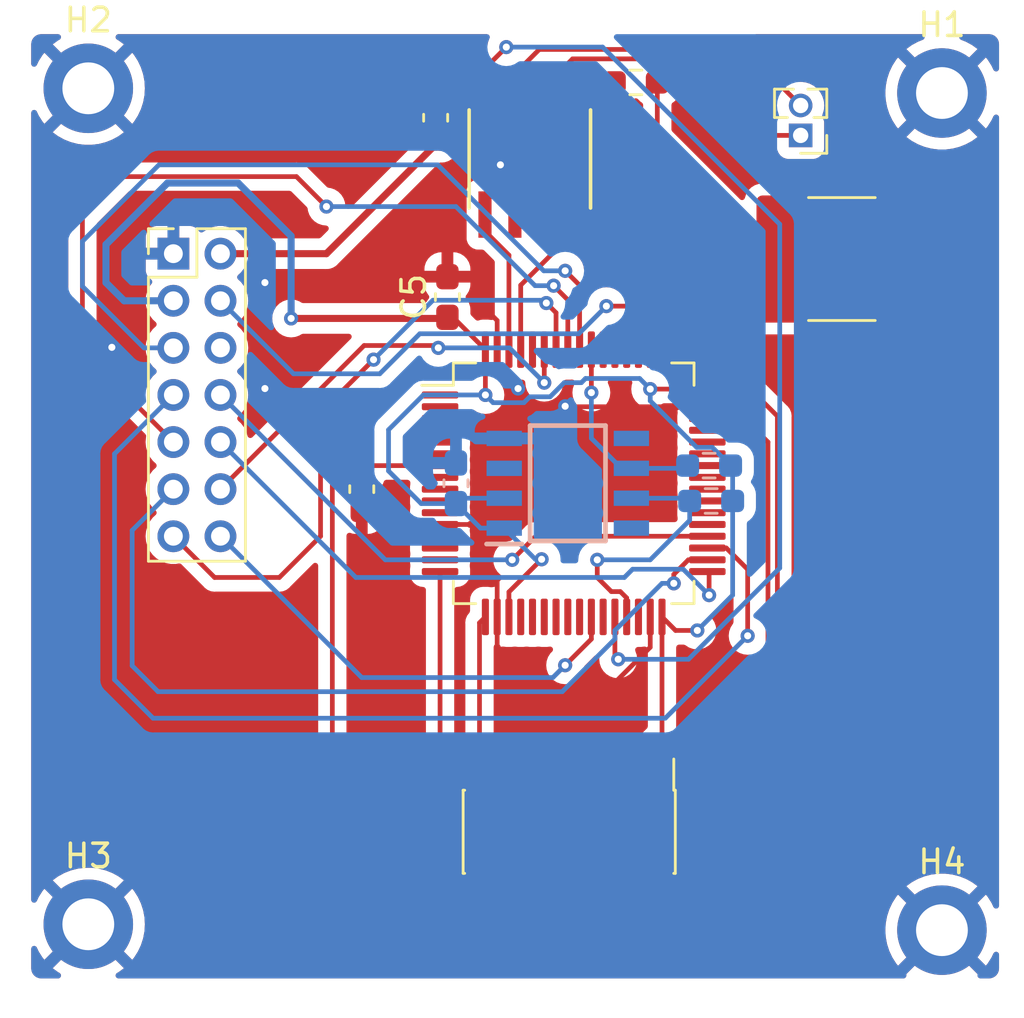
<source format=kicad_pcb>
(kicad_pcb (version 20221018) (generator pcbnew)
  (layers (0 "F.Cu" signal) (31 "B.Cu" signal) (34 "B.Paste" user) (35 "F.Paste" user) (36 "B.SilkS" user "B.Silkscreen") (37 "F.SilkS" user "F.Silkscreen") (38 "B.Mask" user) (39 "F.Mask" user) (44 "Edge.Cuts" user))
  (net 0 "")
  (net 1 "+3.3V")
  (net 2 "GND")
  (net 3 "+5V")
  (net 4 "Net-(C3-Pad1)")
  (net 5 "NRST")
  (net 8 "SDA")
  (net 9 "SCL")
  (net 13 "SWDIO")
  (net 14 "SWDCK")
  (net 18 "USART2_RX")
  (net 19 "USART2_TX")
  (net 20 "Net-(J2-Pin_1)")
  (net 21 "Net-(J2-Pin_2)")
  (net 22 "INDEX")
  (net 23 "DIAG")
  (net 24 "STEP")
  (net 25 "DIR")
  (net 26 "SPREAD")
  (net 27 "MS2")
  (net 28 "MS1")
  (net 29 "RX")
  (net 30 "TX")
  (net 31 "ENN")
  (net 32 "Net-(U1-SPLIT)")
  (net 33 "CAN_TX")
  (net 34 "CAN_RX")
  (net 35 "STBY")
  (footprint "MCP2562-E/SN:MCP2562-E&slash_SN" (layer "F.Cu") (at 148.25 81 90)
    (fp_text reference "U1" hide)
    (fp_text value "MCP2562-E/SN" hide)
    (fp_line (start -2.0828 2.5781) (end 2.0828 2.5781) (stroke (width 0.1524)) (layer "F.SilkS"))
    (fp_line (start 2.0828 -2.5781) (end -2.0828 -2.5781) (stroke (width 0.1524)) (layer "F.SilkS"))
    (pad "1" smd rect (at -2.3622 -1.905 90) (size 1.969999 0.558) (layers "F.Cu" "F.Paste" "F.Mask") (net 33 "CAN_TX"))
    (pad "2" smd rect (at -2.3622 -0.635 90) (size 1.969999 0.558) (layers "F.Cu" "F.Paste" "F.Mask") (net 2 "GND"))
    (pad "3" smd rect (at -2.3622 0.635 90) (size 1.969999 0.558) (layers "F.Cu" "F.Paste" "F.Mask") (net 3 "+5V"))
    (pad "4" smd rect (at -2.3622 1.905 90) (size 1.969999 0.558) (layers "F.Cu" "F.Paste" "F.Mask") (net 34 "CAN_RX"))
    (pad "5" smd rect (at 2.3622 1.905 90) (size 1.969999 0.558) (layers "F.Cu" "F.Paste" "F.Mask") (net 32 "Net-(U1-SPLIT)"))
    (pad "6" smd rect (at 2.3622 0.635 90) (size 1.969999 0.558) (layers "F.Cu" "F.Paste" "F.Mask") (net 20 "Net-(J2-Pin_1)"))
    (pad "7" smd rect (at 2.3622 -0.635 90) (size 1.969999 0.558) (layers "F.Cu" "F.Paste" "F.Mask") (net 21 "Net-(J2-Pin_2)"))
    (pad "8" smd rect (at 2.3622 -1.905 90) (size 1.969999 0.558) (layers "F.Cu" "F.Paste" "F.Mask") (net 35 "STBY"))
  )
  (footprint "MountingHole:MountingHole_2.2mm_M2_DIN965_Pad" (layer "F.Cu") (at 129.5 113.5)
    (fp_text reference "H3" (at 0 -2.9) (layer "F.SilkS"))
    (fp_text value "MountingHole_Pad" hide)
    (pad "1" thru_hole circle (at 0 0) (size 3.8 3.8) (drill 2.2) (layers "*.Cu" "*.Mask") (net 2 "GND"))
  )
  (footprint "Connector_PinHeader_1.27mm:PinHeader_1x02_P1.27mm_Vertical" (layer "F.Cu") (at 159.75 80 180)
    (fp_text reference "J2" hide)
    (fp_text value "Conn_01x02_Pin" hide)
    (fp_line (start -1.11 -0.76) (end 0 -0.76) (stroke (width 0.12)) (layer "F.SilkS"))
    (fp_line (start -1.11 0) (end -1.11 -0.76) (stroke (width 0.12)) (layer "F.SilkS"))
    (fp_line (start -1.11 0.76) (end -1.11 1.965) (stroke (width 0.12)) (layer "F.SilkS"))
    (fp_line (start -1.11 0.76) (end -0.563471 0.76) (stroke (width 0.12)) (layer "F.SilkS"))
    (fp_line (start -1.11 1.965) (end -0.30753 1.965) (stroke (width 0.12)) (layer "F.SilkS"))
    (fp_line (start 0.30753 1.965) (end 1.11 1.965) (stroke (width 0.12)) (layer "F.SilkS"))
    (fp_line (start 0.563471 0.76) (end 1.11 0.76) (stroke (width 0.12)) (layer "F.SilkS"))
    (fp_line (start 1.11 0.76) (end 1.11 1.965) (stroke (width 0.12)) (layer "F.SilkS"))
    (pad "1" thru_hole rect (at 0 0 180) (size 1 1) (drill 0.65) (layers "*.Cu" "*.Mask") (net 20 "Net-(J2-Pin_1)"))
    (pad "2" thru_hole oval (at 0 1.27 180) (size 1 1) (drill 0.65) (layers "*.Cu" "*.Mask") (net 21 "Net-(J2-Pin_2)"))
  )
  (footprint "Resistor_SMD:R_0603_1608Metric_Pad0.98x0.95mm_HandSolder" (layer "F.Cu") (at 152.75 77.75)
    (fp_text reference "R3" hide)
    (fp_text value "300" hide)
    (fp_line (start -0.254724 -0.5225) (end 0.254724 -0.5225) (stroke (width 0.12)) (layer "F.SilkS"))
    (fp_line (start -0.254724 0.5225) (end 0.254724 0.5225) (stroke (width 0.12)) (layer "F.SilkS"))
    (pad "1" smd roundrect (at -0.9125 0) (size 0.975 0.95) (layers "F.Cu" "F.Paste" "F.Mask") (net 32 "Net-(U1-SPLIT)"))
    (pad "2" smd roundrect (at 0.9125 0) (size 0.975 0.95) (layers "F.Cu" "F.Paste" "F.Mask") (net 4 "Net-(C3-Pad1)"))
  )
  (footprint "Capacitor_SMD:C_0603_1608Metric_Pad1.08x0.95mm_HandSolder" (layer "F.Cu") (at 144.75 86.8625 90)
    (fp_text reference "C5" (at 0 -1.43 90) (layer "F.SilkS"))
    (fp_text value "0.1 µF")
    (fp_line (start -0.146267 -0.51) (end 0.146267 -0.51) (stroke (width 0.12)) (layer "F.SilkS"))
    (fp_line (start -0.146267 0.51) (end 0.146267 0.51) (stroke (width 0.12)) (layer "F.SilkS"))
    (pad "1" smd roundrect (at -0.8625 0 90) (size 1.075 0.95) (layers "F.Cu" "F.Paste" "F.Mask") (net 1 "+3.3V"))
    (pad "2" smd roundrect (at 0.8625 0 90) (size 1.075 0.95) (layers "F.Cu" "F.Paste" "F.Mask") (net 2 "GND"))
  )
  (footprint "MountingHole:MountingHole_2.2mm_M2_DIN965_Pad" (layer "F.Cu") (at 129.5 78)
    (fp_text reference "H2" (at 0 -2.9) (layer "F.SilkS"))
    (fp_text value "MountingHole_Pad" hide)
    (pad "1" thru_hole circle (at 0 0) (size 3.8 3.8) (drill 2.2) (layers "*.Cu" "*.Mask") (net 2 "GND"))
  )
  (footprint "MountingHole:MountingHole_2.2mm_M2_DIN965_Pad" (layer "F.Cu") (at 165.75 113.75)
    (fp_text reference "H4" (at 0 -2.9) (layer "F.SilkS"))
    (fp_text value "MountingHole_Pad" hide)
    (pad "1" thru_hole circle (at 0 0) (size 3.8 3.8) (drill 2.2) (layers "*.Cu" "*.Mask") (net 2 "GND"))
  )
  (footprint "Package_QFP:LQFP-64_10x10mm_P0.5mm" (layer "F.Cu") (at 150.1125 94.7725)
    (fp_text reference "U2" hide)
    (fp_text value "STM32F446RETx" hide)
    (fp_line (start -5.11 -5.11) (end -5.11 -4.16) (stroke (width 0.12)) (layer "F.SilkS"))
    (fp_line (start -5.11 -4.16) (end -6.45 -4.16) (stroke (width 0.12)) (layer "F.SilkS"))
    (fp_line (start -5.11 5.11) (end -5.11 4.16) (stroke (width 0.12)) (layer "F.SilkS"))
    (fp_line (start -4.16 -5.11) (end -5.11 -5.11) (stroke (width 0.12)) (layer "F.SilkS"))
    (fp_line (start -4.16 5.11) (end -5.11 5.11) (stroke (width 0.12)) (layer "F.SilkS"))
    (fp_line (start 4.16 -5.11) (end 5.11 -5.11) (stroke (width 0.12)) (layer "F.SilkS"))
    (fp_line (start 4.16 5.11) (end 5.11 5.11) (stroke (width 0.12)) (layer "F.SilkS"))
    (fp_line (start 5.11 -5.11) (end 5.11 -4.16) (stroke (width 0.12)) (layer "F.SilkS"))
    (fp_line (start 5.11 5.11) (end 5.11 4.16) (stroke (width 0.12)) (layer "F.SilkS"))
    (pad "1" smd roundrect (at -5.675 -3.75) (size 1.55 0.3) (layers "F.Cu" "F.Paste" "F.Mask"))
    (pad "2" smd roundrect (at -5.675 -3.25) (size 1.55 0.3) (layers "F.Cu" "F.Paste" "F.Mask"))
    (pad "3" smd roundrect (at -5.675 -2.75) (size 1.55 0.3) (layers "F.Cu" "F.Paste" "F.Mask"))
    (pad "4" smd roundrect (at -5.675 -2.25) (size 1.55 0.3) (layers "F.Cu" "F.Paste" "F.Mask"))
    (pad "5" smd roundrect (at -5.675 -1.75) (size 1.55 0.3) (layers "F.Cu" "F.Paste" "F.Mask"))
    (pad "6" smd roundrect (at -5.675 -1.25) (size 1.55 0.3) (layers "F.Cu" "F.Paste" "F.Mask"))
    (pad "7" smd roundrect (at -5.675 -0.75) (size 1.55 0.3) (layers "F.Cu" "F.Paste" "F.Mask") (net 5 "NRST"))
    (pad "8" smd roundrect (at -5.675 -0.25) (size 1.55 0.3) (layers "F.Cu" "F.Paste" "F.Mask"))
    (pad "9" smd roundrect (at -5.675 0.25) (size 1.55 0.3) (layers "F.Cu" "F.Paste" "F.Mask"))
    (pad "10" smd roundrect (at -5.675 0.75) (size 1.55 0.3) (layers "F.Cu" "F.Paste" "F.Mask"))
    (pad "11" smd roundrect (at -5.675 1.25) (size 1.55 0.3) (layers "F.Cu" "F.Paste" "F.Mask"))
    (pad "12" smd roundrect (at -5.675 1.75) (size 1.55 0.3) (layers "F.Cu" "F.Paste" "F.Mask") (net 2 "GND"))
    (pad "13" smd roundrect (at -5.675 2.25) (size 1.55 0.3) (layers "F.Cu" "F.Paste" "F.Mask"))
    (pad "14" smd roundrect (at -5.675 2.75) (size 1.55 0.3) (layers "F.Cu" "F.Paste" "F.Mask"))
    (pad "15" smd roundrect (at -5.675 3.25) (size 1.55 0.3) (layers "F.Cu" "F.Paste" "F.Mask"))
    (pad "16" smd roundrect (at -5.675 3.75) (size 1.55 0.3) (layers "F.Cu" "F.Paste" "F.Mask") (net 19 "USART2_TX"))
    (pad "17" smd roundrect (at -3.75 5.675) (size 0.3 1.55) (layers "F.Cu" "F.Paste" "F.Mask") (net 18 "USART2_RX"))
    (pad "18" smd roundrect (at -3.25 5.675) (size 0.3 1.55) (layers "F.Cu" "F.Paste" "F.Mask") (net 2 "GND"))
    (pad "19" smd roundrect (at -2.75 5.675) (size 0.3 1.55) (layers "F.Cu" "F.Paste" "F.Mask") (net 1 "+3.3V"))
    (pad "20" smd roundrect (at -2.25 5.675) (size 0.3 1.55) (layers "F.Cu" "F.Paste" "F.Mask"))
    (pad "21" smd roundrect (at -1.75 5.675) (size 0.3 1.55) (layers "F.Cu" "F.Paste" "F.Mask"))
    (pad "22" smd roundrect (at -1.25 5.675) (size 0.3 1.55) (layers "F.Cu" "F.Paste" "F.Mask"))
    (pad "23" smd roundrect (at -0.75 5.675) (size 0.3 1.55) (layers "F.Cu" "F.Paste" "F.Mask"))
    (pad "24" smd roundrect (at -0.25 5.675) (size 0.3 1.55) (layers "F.Cu" "F.Paste" "F.Mask"))
    (pad "25" smd roundrect (at 0.25 5.675) (size 0.3 1.55) (layers "F.Cu" "F.Paste" "F.Mask"))
    (pad "26" smd roundrect (at 0.75 5.675) (size 0.3 1.55) (layers "F.Cu" "F.Paste" "F.Mask") (net 31 "ENN"))
    (pad "27" smd roundrect (at 1.25 5.675) (size 0.3 1.55) (layers "F.Cu" "F.Paste" "F.Mask"))
    (pad "28" smd roundrect (at 1.75 5.675) (size 0.3 1.55) (layers "F.Cu" "F.Paste" "F.Mask") (net 35 "STBY"))
    (pad "29" smd roundrect (at 2.25 5.675) (size 0.3 1.55) (layers "F.Cu" "F.Paste" "F.Mask") (net 9 "SCL"))
    (pad "30" smd roundrect (at 2.75 5.675) (size 0.3 1.55) (layers "F.Cu" "F.Paste" "F.Mask"))
    (pad "31" smd roundrect (at 3.25 5.675) (size 0.3 1.55) (layers "F.Cu" "F.Paste" "F.Mask") (net 2 "GND"))
    (pad "32" smd roundrect (at 3.75 5.675) (size 0.3 1.55) (layers "F.Cu" "F.Paste" "F.Mask") (net 1 "+3.3V"))
    (pad "33" smd roundrect (at 5.675 3.75) (size 1.55 0.3) (layers "F.Cu" "F.Paste" "F.Mask") (net 27 "MS2"))
    (pad "34" smd roundrect (at 5.675 3.25) (size 1.55 0.3) (layers "F.Cu" "F.Paste" "F.Mask") (net 28 "MS1"))
    (pad "35" smd roundrect (at 5.675 2.75) (size 1.55 0.3) (layers "F.Cu" "F.Paste" "F.Mask") (net 24 "STEP"))
    (pad "36" smd roundrect (at 5.675 2.25) (size 1.55 0.3) (layers "F.Cu" "F.Paste" "F.Mask") (net 25 "DIR"))
    (pad "37" smd roundrect (at 5.675 1.75) (size 1.55 0.3) (layers "F.Cu" "F.Paste" "F.Mask"))
    (pad "38" smd roundrect (at 5.675 1.25) (size 1.55 0.3) (layers "F.Cu" "F.Paste" "F.Mask"))
    (pad "39" smd roundrect (at 5.675 0.75) (size 1.55 0.3) (layers "F.Cu" "F.Paste" "F.Mask"))
    (pad "40" smd roundrect (at 5.675 0.25) (size 1.55 0.3) (layers "F.Cu" "F.Paste" "F.Mask"))
    (pad "41" smd roundrect (at 5.675 -0.25) (size 1.55 0.3) (layers "F.Cu" "F.Paste" "F.Mask"))
    (pad "42" smd roundrect (at 5.675 -0.75) (size 1.55 0.3) (layers "F.Cu" "F.Paste" "F.Mask"))
    (pad "43" smd roundrect (at 5.675 -1.25) (size 1.55 0.3) (layers "F.Cu" "F.Paste" "F.Mask"))
    (pad "44" smd roundrect (at 5.675 -1.75) (size 1.55 0.3) (layers "F.Cu" "F.Paste" "F.Mask"))
    (pad "45" smd roundrect (at 5.675 -2.25) (size 1.55 0.3) (layers "F.Cu" "F.Paste" "F.Mask"))
    (pad "46" smd roundrect (at 5.675 -2.75) (size 1.55 0.3) (layers "F.Cu" "F.Paste" "F.Mask") (net 13 "SWDIO"))
    (pad "47" smd roundrect (at 5.675 -3.25) (size 1.55 0.3) (layers "F.Cu" "F.Paste" "F.Mask") (net 2 "GND"))
    (pad "48" smd roundrect (at 5.675 -3.75) (size 1.55 0.3) (layers "F.Cu" "F.Paste" "F.Mask") (net 1 "+3.3V"))
    (pad "49" smd roundrect (at 3.75 -5.675) (size 0.3 1.55) (layers "F.Cu" "F.Paste" "F.Mask") (net 14 "SWDCK"))
    (pad "50" smd roundrect (at 3.25 -5.675) (size 0.3 1.55) (layers "F.Cu" "F.Paste" "F.Mask") (net 22 "INDEX"))
    (pad "51" smd roundrect (at 2.75 -5.675) (size 0.3 1.55) (layers "F.Cu" "F.Paste" "F.Mask"))
    (pad "52" smd roundrect (at 2.25 -5.675) (size 0.3 1.55) (layers "F.Cu" "F.Paste" "F.Mask"))
    (pad "53" smd roundrect (at 1.75 -5.675) (size 0.3 1.55) (layers "F.Cu" "F.Paste" "F.Mask"))
    (pad "54" smd roundrect (at 1.25 -5.675) (size 0.3 1.55) (layers "F.Cu" "F.Paste" "F.Mask"))
    (pad "55" smd roundrect (at 0.75 -5.675) (size 0.3 1.55) (layers "F.Cu" "F.Paste" "F.Mask") (net 8 "SDA"))
    (pad "56" smd roundrect (at 0.25 -5.675) (size 0.3 1.55) (layers "F.Cu" "F.Paste" "F.Mask") (net 23 "DIAG"))
    (pad "57" smd roundrect (at -0.25 -5.675) (size 0.3 1.55) (layers "F.Cu" "F.Paste" "F.Mask") (net 26 "SPREAD"))
    (pad "58" smd roundrect (at -0.75 -5.675) (size 0.3 1.55) (layers "F.Cu" "F.Paste" "F.Mask") (net 30 "TX"))
    (pad "59" smd roundrect (at -1.25 -5.675) (size 0.3 1.55) (layers "F.Cu" "F.Paste" "F.Mask") (net 29 "RX"))
    (pad "60" smd roundrect (at -1.75 -5.675) (size 0.3 1.55) (layers "F.Cu" "F.Paste" "F.Mask"))
    (pad "61" smd roundrect (at -2.25 -5.675) (size 0.3 1.55) (layers "F.Cu" "F.Paste" "F.Mask") (net 34 "CAN_RX"))
    (pad "62" smd roundrect (at -2.75 -5.675) (size 0.3 1.55) (layers "F.Cu" "F.Paste" "F.Mask") (net 33 "CAN_TX"))
    (pad "63" smd roundrect (at -3.25 -5.675) (size 0.3 1.55) (layers "F.Cu" "F.Paste" "F.Mask") (net 2 "GND"))
    (pad "64" smd roundrect (at -3.75 -5.675) (size 0.3 1.55) (layers "F.Cu" "F.Paste" "F.Mask") (net 1 "+3.3V"))
  )
  (footprint "Capacitor_SMD:C_0603_1608Metric_Pad1.08x0.95mm_HandSolder" (layer "F.Cu") (at 144.25 79.25 90)
    (fp_text reference "C2" hide)
    (fp_text value "0.1 µF" hide)
    (fp_line (start -0.146267 -0.51) (end 0.146267 -0.51) (stroke (width 0.12)) (layer "F.SilkS"))
    (fp_line (start -0.146267 0.51) (end 0.146267 0.51) (stroke (width 0.12)) (layer "F.SilkS"))
    (pad "1" smd roundrect (at -0.8625 0 90) (size 1.075 0.95) (layers "F.Cu" "F.Paste" "F.Mask") (net 3 "+5V"))
    (pad "2" smd roundrect (at 0.8625 0 90) (size 1.075 0.95) (layers "F.Cu" "F.Paste" "F.Mask") (net 2 "GND"))
  )
  (footprint "MountingHole:MountingHole_2.2mm_M2_DIN965_Pad" (layer "F.Cu") (at 165.75 78.2)
    (fp_text reference "H1" (at 0 -2.9) (layer "F.SilkS"))
    (fp_text value "MountingHole_Pad" hide)
    (pad "1" thru_hole circle (at 0 0) (size 3.8 3.8) (drill 2.2) (layers "*.Cu" "*.Mask") (net 2 "GND"))
  )
  (footprint "Connector_PinHeader_1.27mm:PinHeader_2x07_P1.27mm_Vertical_SMD" (layer "F.Cu") (at 149.9225 109.5725 -90)
    (fp_text reference "J1" hide)
    (fp_text value "Conn_02x07_Odd_Even" hide)
    (fp_line (start -3.09 -4.44) (end -1.765 -4.44) (stroke (width 0.12)) (layer "F.SilkS"))
    (fp_line (start -1.765 -4.505) (end -1.765 -4.44) (stroke (width 0.12)) (layer "F.SilkS"))
    (fp_line (start -1.765 -4.505) (end 1.765 -4.505) (stroke (width 0.12)) (layer "F.SilkS"))
    (fp_line (start -1.765 4.44) (end -1.765 4.505) (stroke (width 0.12)) (layer "F.SilkS"))
    (fp_line (start -1.765 4.505) (end 1.765 4.505) (stroke (width 0.12)) (layer "F.SilkS"))
    (fp_line (start 1.765 -4.505) (end 1.765 -4.44) (stroke (width 0.12)) (layer "F.SilkS"))
    (fp_line (start 1.765 4.44) (end 1.765 4.505) (stroke (width 0.12)) (layer "F.SilkS"))
    (pad "1" smd rect (at -1.95 -3.81 270) (size 2.4 0.74) (layers "F.Cu" "F.Paste" "F.Mask"))
    (pad "2" smd rect (at 1.95 -3.81 270) (size 2.4 0.74) (layers "F.Cu" "F.Paste" "F.Mask"))
    (pad "3" smd rect (at -1.95 -2.54 270) (size 2.4 0.74) (layers "F.Cu" "F.Paste" "F.Mask") (net 1 "+3.3V"))
    (pad "4" smd rect (at 1.95 -2.54 270) (size 2.4 0.74) (layers "F.Cu" "F.Paste" "F.Mask") (net 13 "SWDIO"))
    (pad "5" smd rect (at -1.95 -1.27 270) (size 2.4 0.74) (layers "F.Cu" "F.Paste" "F.Mask") (net 2 "GND"))
    (pad "6" smd rect (at 1.95 -1.27 270) (size 2.4 0.74) (layers "F.Cu" "F.Paste" "F.Mask") (net 14 "SWDCK"))
    (pad "7" smd rect (at -1.95 0 270) (size 2.4 0.74) (layers "F.Cu" "F.Paste" "F.Mask") (net 2 "GND"))
    (pad "8" smd rect (at 1.95 0 270) (size 2.4 0.74) (layers "F.Cu" "F.Paste" "F.Mask"))
    (pad "9" smd rect (at -1.95 1.27 270) (size 2.4 0.74) (layers "F.Cu" "F.Paste" "F.Mask"))
    (pad "10" smd rect (at 1.95 1.27 270) (size 2.4 0.74) (layers "F.Cu" "F.Paste" "F.Mask"))
    (pad "11" smd rect (at -1.95 2.54 270) (size 2.4 0.74) (layers "F.Cu" "F.Paste" "F.Mask") (net 2 "GND"))
    (pad "12" smd rect (at 1.95 2.54 270) (size 2.4 0.74) (layers "F.Cu" "F.Paste" "F.Mask") (net 5 "NRST"))
    (pad "13" smd rect (at -1.95 3.81 270) (size 2.4 0.74) (layers "F.Cu" "F.Paste" "F.Mask") (net 18 "USART2_RX"))
    (pad "14" smd rect (at 1.95 3.81 270) (size 2.4 0.74) (layers "F.Cu" "F.Paste" "F.Mask") (net 19 "USART2_TX"))
  )
  (footprint "Connector_PinHeader_2.00mm:PinHeader_2x07_P2.00mm_Vertical" (layer "F.Cu") (at 133.1125 85.0225)
    (fp_text reference "J3" hide)
    (fp_text value "Conn_01x14_Pin" hide)
    (fp_line (start -1.06 -1.06) (end 0 -1.06) (stroke (width 0.12)) (layer "F.SilkS"))
    (fp_line (start -1.06 0) (end -1.06 -1.06) (stroke (width 0.12)) (layer "F.SilkS"))
    (fp_line (start -1.06 1) (end -1.06 13.06) (stroke (width 0.12)) (layer "F.SilkS"))
    (fp_line (start -1.06 1) (end 1 1) (stroke (width 0.12)) (layer "F.SilkS"))
    (fp_line (start -1.06 13.06) (end 3.06 13.06) (stroke (width 0.12)) (layer "F.SilkS"))
    (fp_line (start 1 -1.06) (end 3.06 -1.06) (stroke (width 0.12)) (layer "F.SilkS"))
    (fp_line (start 1 1) (end 1 -1.06) (stroke (width 0.12)) (layer "F.SilkS"))
    (fp_line (start 3.06 -1.06) (end 3.06 13.06) (stroke (width 0.12)) (layer "F.SilkS"))
    (pad "1" thru_hole rect (at 0 0) (size 1.35 1.35) (drill 0.8) (layers "*.Cu" "*.Mask") (net 2 "GND"))
    (pad "2" thru_hole oval (at 2 0) (size 1.35 1.35) (drill 0.8) (layers "*.Cu" "*.Mask") (net 3 "+5V"))
    (pad "3" thru_hole oval (at 0 2) (size 1.35 1.35) (drill 0.8) (layers "*.Cu" "*.Mask") (net 1 "+3.3V"))
    (pad "4" thru_hole oval (at 2 2) (size 1.35 1.35) (drill 0.8) (layers "*.Cu" "*.Mask") (net 22 "INDEX"))
    (pad "5" thru_hole oval (at 0 4) (size 1.35 1.35) (drill 0.8) (layers "*.Cu" "*.Mask") (net 23 "DIAG"))
    (pad "6" thru_hole oval (at 2 4) (size 1.35 1.35) (drill 0.8) (layers "*.Cu" "*.Mask"))
    (pad "7" thru_hole oval (at 0 6) (size 1.35 1.35) (drill 0.8) (layers "*.Cu" "*.Mask") (net 24 "STEP"))
    (pad "8" thru_hole oval (at 2 6) (size 1.35 1.35) (drill 0.8) (layers "*.Cu" "*.Mask") (net 25 "DIR"))
    (pad "9" thru_hole oval (at 0 8) (size 1.35 1.35) (drill 0.8) (layers "*.Cu" "*.Mask") (net 26 "SPREAD"))
    (pad "10" thru_hole oval (at 2 8) (size 1.35 1.35) (drill 0.8) (layers "*.Cu" "*.Mask") (net 27 "MS2"))
    (pad "11" thru_hole oval (at 0 10) (size 1.35 1.35) (drill 0.8) (layers "*.Cu" "*.Mask") (net 28 "MS1"))
    (pad "12" thru_hole oval (at 2 10) (size 1.35 1.35) (drill 0.8) (layers "*.Cu" "*.Mask") (net 29 "RX"))
    (pad "13" thru_hole oval (at 0 12) (size 1.35 1.35) (drill 0.8) (layers "*.Cu" "*.Mask") (net 30 "TX"))
    (pad "14" thru_hole oval (at 2 12) (size 1.35 1.35) (drill 0.8) (layers "*.Cu" "*.Mask") (net 31 "ENN"))
  )
  (footprint "Capacitor_SMD:C_0603_1608Metric_Pad1.08x0.95mm_HandSolder" (layer "F.Cu") (at 141.1125 95.0225 -90)
    (fp_text reference "C4" hide)
    (fp_text value "100 nF" hide)
    (fp_line (start -0.146267 -0.51) (end 0.146267 -0.51) (stroke (width 0.12)) (layer "F.SilkS"))
    (fp_line (start -0.146267 0.51) (end 0.146267 0.51) (stroke (width 0.12)) (layer "F.SilkS"))
    (pad "1" smd roundrect (at -0.8625 0 270) (size 1.075 0.95) (layers "F.Cu" "F.Paste" "F.Mask") (net 5 "NRST"))
    (pad "2" smd roundrect (at 0.8625 0 270) (size 1.075 0.95) (layers "F.Cu" "F.Paste" "F.Mask") (net 2 "GND"))
  )
  (footprint "Capacitor_SMD:C_2220_5650Metric_Pad1.97x5.40mm_HandSolder" (layer "F.Cu") (at 161.5 85.25)
    (fp_text reference "C3" hide)
    (fp_text value "22 µF" hide)
    (fp_line (start -1.415748 -2.61) (end 1.415748 -2.61) (stroke (width 0.12)) (layer "F.SilkS"))
    (fp_line (start -1.415748 2.61) (end 1.415748 2.61) (stroke (width 0.12)) (layer "F.SilkS"))
    (pad "1" smd roundrect (at -2.6375 0) (size 1.975 5.4) (layers "F.Cu" "F.Paste" "F.Mask") (roundrect_rratio 0.126582) (net 4 "Net-(C3-Pad1)"))
    (pad "2" smd roundrect (at 2.6375 0) (size 1.975 5.4) (layers "F.Cu" "F.Paste" "F.Mask") (roundrect_rratio 0.126582) (net 2 "GND"))
  )
  (footprint "Resistor_SMD:R_0603_1608Metric_Pad0.98x0.95mm_HandSolder" (layer "B.Cu") (at 155.8625 94.0225 180)
    (fp_text reference "R2" hide)
    (fp_text value "1.8K" hide)
    (fp_line (start -0.254724 -0.5225) (end 0.254724 -0.5225) (stroke (width 0.12)) (layer "B.SilkS"))
    (fp_line (start -0.254724 0.5225) (end 0.254724 0.5225) (stroke (width 0.12)) (layer "B.SilkS"))
    (pad "1" smd roundrect (at -0.9125 0 180) (size 0.975 0.95) (layers "B.Cu" "B.Paste" "B.Mask") (net 1 "+3.3V"))
    (pad "2" smd roundrect (at 0.9125 0 180) (size 0.975 0.95) (layers "B.Cu" "B.Paste" "B.Mask") (net 8 "SDA"))
  )
  (footprint "Resistor_SMD:R_0603_1608Metric_Pad0.98x0.95mm_HandSolder" (layer "B.Cu") (at 155.95 95.5225 180)
    (fp_text reference "R1" hide)
    (fp_text value "1.8K" hide)
    (fp_line (start -0.254724 -0.5225) (end 0.254724 -0.5225) (stroke (width 0.12)) (layer "B.SilkS"))
    (fp_line (start -0.254724 0.5225) (end 0.254724 0.5225) (stroke (width 0.12)) (layer "B.SilkS"))
    (pad "1" smd roundrect (at -0.9125 0 180) (size 0.975 0.95) (layers "B.Cu" "B.Paste" "B.Mask") (net 1 "+3.3V"))
    (pad "2" smd roundrect (at 0.9125 0 180) (size 0.975 0.95) (layers "B.Cu" "B.Paste" "B.Mask") (net 9 "SCL"))
  )
  (footprint "AS5600:SOIC127P600X175-8N" (layer "B.Cu") (at 149.8625 94.7725)
    (fp_text reference "IC1" hide)
    (fp_text value "AS5600-ASOT" hide)
    (fp_line (start -3.45 2.58) (end -1.95 2.58) (stroke (width 0.2)) (layer "B.SilkS"))
    (fp_line (start -1.6 -2.45) (end -1.6 2.45) (stroke (width 0.2)) (layer "B.SilkS"))
    (fp_line (start -1.6 2.45) (end 1.6 2.45) (stroke (width 0.2)) (layer "B.SilkS"))
    (fp_line (start 1.6 -2.45) (end -1.6 -2.45) (stroke (width 0.2)) (layer "B.SilkS"))
    (fp_line (start 1.6 2.45) (end 1.6 -2.45) (stroke (width 0.2)) (layer "B.SilkS"))
    (pad "1" smd rect (at -2.7 1.905 270) (size 0.65 1.5) (layers "B.Cu" "B.Paste" "B.Mask") (net 1 "+3.3V"))
    (pad "2" smd rect (at -2.7 0.635 270) (size 0.65 1.5) (layers "B.Cu" "B.Paste" "B.Mask") (net 1 "+3.3V"))
    (pad "3" smd rect (at -2.7 -0.635 270) (size 0.65 1.5) (layers "B.Cu" "B.Paste" "B.Mask"))
    (pad "4" smd rect (at -2.7 -1.905 270) (size 0.65 1.5) (layers "B.Cu" "B.Paste" "B.Mask") (net 2 "GND"))
    (pad "5" smd rect (at 2.7 -1.905 270) (size 0.65 1.5) (layers "B.Cu" "B.Paste" "B.Mask"))
    (pad "6" smd rect (at 2.7 -0.635 270) (size 0.65 1.5) (layers "B.Cu" "B.Paste" "B.Mask") (net 8 "SDA"))
    (pad "7" smd rect (at 2.7 0.635 270) (size 0.65 1.5) (layers "B.Cu" "B.Paste" "B.Mask") (net 9 "SCL"))
    (pad "8" smd rect (at 2.7 1.905 270) (size 0.65 1.5) (layers "B.Cu" "B.Paste" "B.Mask"))
  )
  (footprint "Capacitor_SMD:C_0603_1608Metric_Pad1.08x0.95mm_HandSolder" (layer "B.Cu") (at 145.1125 94.7725 90)
    (fp_text reference "C1" hide)
    (fp_text value "100 nF" hide)
    (fp_line (start -0.146267 -0.51) (end 0.146267 -0.51) (stroke (width 0.12)) (layer "B.SilkS"))
    (fp_line (start -0.146267 0.51) (end 0.146267 0.51) (stroke (width 0.12)) (layer "B.SilkS"))
    (pad "1" smd roundrect (at -0.8625 0 90) (size 1.075 0.95) (layers "B.Cu" "B.Paste" "B.Mask") (net 1 "+3.3V"))
    (pad "2" smd roundrect (at 0.8625 0 90) (size 1.075 0.95) (layers "B.Cu" "B.Paste" "B.Mask") (net 2 "GND"))
  )
  (segment (start 138.1125 87.7725) (end 145.0375 87.7725) (width 0.3) (layer "F.Cu") (net 1))
  (segment (start 153.8625 105.3925) (end 153.8625 100.4475) (width 0.2) (layer "F.Cu") (net 1))
  (segment (start 154.4375 101.0225) (end 153.8625 100.4475) (width 0.2) (layer "F.Cu") (net 1))
  (segment (start 152.4625 106.7925) (end 153.8625 105.3925) (width 0.2) (layer "F.Cu") (net 1))
  (segment (start 145.0375 87.7725) (end 146.3625 89.0975) (width 0.2) (layer "F.Cu") (net 1))
  (segment (start 148.75 98) (end 147.3625 99.3875) (width 0.2) (layer "F.Cu") (net 1))
  (segment (start 153.3625 90.7725) (end 155.5375 90.7725) (width 0.2) (layer "F.Cu") (net 1))
  (segment (start 146.3625 91.0225) (end 146.3625 89.0975) (width 0.2) (layer "F.Cu") (net 1))
  (segment (start 152.4625 107.6225) (end 152.4625 106.7925) (width 0.2) (layer "F.Cu") (net 1))
  (segment (start 155.3625 101.0225) (end 154.4375 101.0225) (width 0.2) (layer "F.Cu") (net 1))
  (segment (start 147.3625 99.3875) (end 147.3625 100.4475) (width 0.2) (layer "F.Cu") (net 1))
  (segment (start 155.5375 90.7725) (end 155.7875 91.0225) (width 0.2) (layer "F.Cu") (net 1))
  (via (at 153.3625 90.7725) (size 0.6) (drill 0.3) (layers "F.Cu" "B.Cu") (net 1))
  (via (at 148.75 98) (size 0.6) (drill 0.3) (layers "F.Cu" "B.Cu") (net 1))
  (via (at 146.3625 91.0225) (size 0.6) (drill 0.3) (layers "F.Cu" "B.Cu") (net 1))
  (via (at 155.3625 101.0225) (size 0.6) (drill 0.3) (layers "F.Cu" "B.Cu") (net 1))
  (via (at 138.1125 87.7725) (size 0.6) (drill 0.3) (layers "F.Cu" "B.Cu") (net 1))
  (segment (start 145.1125 95.635) (end 143.635 95.635) (width 0.2) (layer "B.Cu") (net 1))
  (segment (start 156.8625 99.5225) (end 155.3625 101.0225) (width 0.2) (layer "B.Cu") (net 1))
  (segment (start 155.3375 93.2475) (end 156 93.2475) (width 0.2) (layer "B.Cu") (net 1))
  (segment (start 153.3625 90.7725) (end 153.3625 91.2725) (width 0.2) (layer "B.Cu") (net 1))
  (segment (start 145.34 95.4075) (end 145.1125 95.635) (width 0.2) (layer "B.Cu") (net 1))
  (segment (start 150.613971 90.323) (end 150.436971 90.5) (width 0.2) (layer "B.Cu") (net 1))
  (segment (start 156.8625 94.11) (end 156.775 94.0225) (width 0.2) (layer "B.Cu") (net 1))
  (segment (start 135.8625 82.0225) (end 138.1125 84.2725) (width 0.3) (layer "B.Cu") (net 1))
  (segment (start 146.69 91.35) (end 146.3625 91.0225) (width 0.2) (layer "B.Cu") (net 1))
  (segment (start 130.25 86.25) (end 130.25 84.635) (width 0.3) (layer "B.Cu") (net 1))
  (segment (start 147.998529 91.35) (end 146.69 91.35) (width 0.2) (layer "B.Cu") (net 1))
  (segment (start 156 93.2475) (end 156.775 94.0225) (width 0.2) (layer "B.Cu") (net 1))
  (segment (start 143.7275 91.0225) (end 146.3625 91.0225) (width 0.2) (layer "B.Cu") (net 1))
  (segment (start 131.0225 87.0225) (end 130.25 86.25) (width 0.3) (layer "B.Cu") (net 1))
  (segment (start 156.8625 95.5225) (end 156.8625 99.5225) (width 0.2) (layer "B.Cu") (net 1))
  (segment (start 138.1125 84.2725) (end 138.1125 87.7725) (width 0.3) (layer "B.Cu") (net 1))
  (segment (start 145.1125 95.635) (end 146.155 96.6775) (width 0.2) (layer "B.Cu") (net 1))
  (segment (start 143.635 95.635) (end 142.25 94.25) (width 0.2) (layer "B.Cu") (net 1))
  (segment (start 156.8625 95.5225) (end 156.8625 94.11) (width 0.2) (layer "B.Cu") (net 1))
  (segment (start 153.3625 90.7725) (end 152.913 90.323) (width 0.2) (layer "B.Cu") (net 1))
  (segment (start 150.436971 90.5) (end 149.711029 90.5) (width 0.2) (layer "B.Cu") (net 1))
  (segment (start 149.111029 91.1) (end 148.248529 91.1) (width 0.2) (layer "B.Cu") (net 1))
  (segment (start 148.485 98) (end 147.1625 96.6775) (width 0.2) (layer "B.Cu") (net 1))
  (segment (start 148.75 98) (end 148.485 98) (width 0.2) (layer "B.Cu") (net 1))
  (segment (start 147.1625 95.4075) (end 145.34 95.4075) (width 0.2) (layer "B.Cu") (net 1))
  (segment (start 152.913 90.323) (end 150.613971 90.323) (width 0.2) (layer "B.Cu") (net 1))
  (segment (start 130.25 84.635) (end 132.8625 82.0225) (width 0.3) (layer "B.Cu") (net 1))
  (segment (start 132.8625 82.0225) (end 135.8625 82.0225) (width 0.3) (layer "B.Cu") (net 1))
  (segment (start 148.248529 91.1) (end 147.998529 91.35) (width 0.2) (layer "B.Cu") (net 1))
  (segment (start 153.3625 91.2725) (end 155.3375 93.2475) (width 0.2) (layer "B.Cu") (net 1))
  (segment (start 133.1125 87.0225) (end 131.0225 87.0225) (width 0.3) (layer "B.Cu") (net 1))
  (segment (start 142.25 94.25) (end 142.25 92.5) (width 0.2) (layer "B.Cu") (net 1))
  (segment (start 149.711029 90.5) (end 149.111029 91.1) (width 0.2) (layer "B.Cu") (net 1))
  (segment (start 142.25 92.5) (end 143.7275 91.0225) (width 0.2) (layer "B.Cu") (net 1))
  (segment (start 146.155 96.6775) (end 147.1625 96.6775) (width 0.2) (layer "B.Cu") (net 1))
  (segment (start 150.598529 104.5) (end 147.3825 104.5) (width 0.2) (layer "F.Cu") (net 2))
  (segment (start 144.4375 96.5225) (end 142.7725 96.5225) (width 0.2) (layer "F.Cu") (net 2))
  (segment (start 149.7725 91.5225) (end 155.7875 91.5225) (width 0.2) (layer "F.Cu") (net 2))
  (segment (start 146.8625 98.8625) (end 146.75 98.75) (width 0.2) (layer "F.Cu") (net 2))
  (segment (start 147.615 82.656201) (end 147.615 83.3622) (width 0.2) (layer "F.Cu") (net 2))
  (segment (start 153.3625 101.736029) (end 150.598529 104.5) (width 0.2) (layer "F.Cu") (net 2))
  (segment (start 149.75 91.5) (end 149.7725 91.5225) (width 0.2) (layer "F.Cu") (net 2))
  (segment (start 146.8625 102.3625) (end 147.3825 102.8825) (width 0.2) (layer "F.Cu") (net 2))
  (segment (start 148.5225 91.5225) (end 149.7275 91.5225) (width 0.2) (layer "F.Cu") (net 2))
  (segment (start 147.3825 104.5) (end 147.3825 107.6225) (width 0.2) (layer "F.Cu") (net 2))
  (segment (start 146.8625 100.4475) (end 146.8625 98.8625) (width 0.2) (layer "F.Cu") (net 2))
  (segment (start 147.75 90.75) (end 147.70967 90.75) (width 0.2) (layer "F.Cu") (net 2))
  (segment (start 147.3825 102.8825) (end 147.3825 104.5) (width 0.2) (layer "F.Cu") (net 2))
  (segment (start 145.24283 96.5225) (end 144.4375 96.5225) (width 0.2) (layer "F.Cu") (net 2))
  (segment (start 146.8625 87.8625) (end 146.5 87.5) (width 0.2) (layer "F.Cu") (net 2))
  (segment (start 149.7275 91.5225) (end 149.75 91.5) (width 0.2) (layer "F.Cu") (net 2))
  (segment (start 147.75 90.75) (end 148.5225 91.5225) (width 0.2) (layer "F.Cu") (net 2))
  (segment (start 146.2275 96.5225) (end 146.25 96.5) (width 0.2) (layer "F.Cu") (net 2))
  (segment (start 146.8625 89.0975) (end 146.8625 87.8625) (width 0.2) (layer "F.Cu") (net 2))
  (segment (start 147.70967 90.75) (end 146.8625 89.90283) (width 0.2) (layer "F.Cu") (net 2))
  (segment (start 144.4375 96.5225) (end 146.2275 96.5225) (width 0.2) (layer "F.Cu") (net 2))
  (segment (start 146.8625 89.90283) (end 146.8625 89.0975) (width 0.2) (layer "F.Cu") (net 2))
  (segment (start 153.3625 100.4475) (end 153.3625 101.736029) (width 0.2) (layer "F.Cu") (net 2))
  (segment (start 146.8625 100.4475) (end 146.8625 102.3625) (width 0.2) (layer "F.Cu") (net 2))
  (via (at 149.75 91.5) (size 0.6) (drill 0.3) (layers "F.Cu" "B.Cu") (net 2))
  (via (at 137 90.75) (size 0.6) (drill 0.3) (layers "F.Cu" "B.Cu") (net 2))
  (via (at 130.5 89) (size 0.6) (drill 0.3) (layers "F.Cu" "B.Cu") (net 2))
  (via (at 147 81.25) (size 0.6) (drill 0.3) (layers "F.Cu" "B.Cu") (net 2))
  (via (at 137 86.25) (size 0.6) (drill 0.3) (layers "F.Cu" "B.Cu") (net 2))
  (via (at 147.75 90.75) (size 0.6) (drill 0.3) (layers "F.Cu" "B.Cu") (net 2))
  (segment (start 127.600001 86.100001) (end 127.600001 79.899999) (width 0.2) (layer "B.Cu") (net 2))
  (segment (start 127.600001 79.899999) (end 129.5 78) (width 0.2) (layer "B.Cu") (net 2))
  (segment (start 130.5 89) (end 127.600001 86.100001) (width 0.2) (layer "B.Cu") (net 2))
  (segment (start 144.25 80.385) (end 144.25 80.1125) (width 0.2) (layer "F.Cu") (net 3))
  (segment (start 144.25 80.1125) (end 147.6125 80.1125) (width 0.2) (layer "F.Cu") (net 3))
  (segment (start 148.75 81.25) (end 148.75 82.521201) (width 0.2) (layer "F.Cu") (net 3))
  (segment (start 147.6125 80.1125) (end 148.75 81.25) (width 0.2) (layer "F.Cu") (net 3))
  (segment (start 148.75 82.521201) (end 148.885 82.656201) (width 0.2) (layer "F.Cu") (net 3))
  (segment (start 139.6125 85.0225) (end 144.25 80.385) (width 0.3) (layer "F.Cu") (net 3))
  (segment (start 135.1125 85.0225) (end 139.6125 85.0225) (width 0.3) (layer "F.Cu") (net 3))
  (segment (start 148.885 82.656201) (end 148.885 83.3622) (width 0.2) (layer "F.Cu") (net 3))
  (segment (start 153.6625 80.05) (end 158.8625 85.25) (width 0.2) (layer "F.Cu") (net 4))
  (segment (start 153.6625 77.75) (end 153.6625 80.05) (width 0.2) (layer "F.Cu") (net 4))
  (segment (start 141.1125 94.16) (end 141.25 94.0225) (width 0.2) (layer "F.Cu") (net 5))
  (segment (start 147.3825 112.3525) (end 147.3625 112.3725) (width 0.2) (layer "F.Cu") (net 5))
  (segment (start 141.25 94.0225) (end 144.4375 94.0225) (width 0.2) (layer "F.Cu") (net 5))
  (segment (start 144.8625 114.5225) (end 139.8625 109.5225) (width 0.2) (layer "F.Cu") (net 5))
  (segment (start 139.8625 109.5225) (end 139.8625 94.7725) (width 0.2) (layer "F.Cu") (net 5))
  (segment (start 147.3825 111.5225) (end 147.3825 112.3525) (width 0.2) (layer "F.Cu") (net 5))
  (segment (start 147.3625 113.5225) (end 146.3625 114.5225) (width 0.2) (layer "F.Cu") (net 5))
  (segment (start 146.3625 114.5225) (end 144.8625 114.5225) (width 0.2) (layer "F.Cu") (net 5))
  (segment (start 147.3625 112.3725) (end 147.3625 113.5225) (width 0.2) (layer "F.Cu") (net 5))
  (segment (start 140.475 94.16) (end 141.1125 94.16) (width 0.2) (layer "F.Cu") (net 5))
  (segment (start 139.8625 94.7725) (end 140.475 94.16) (width 0.2) (layer "F.Cu") (net 5))
  (segment (start 150.8625 90.923) (end 150.8625 89.0975) (width 0.2) (layer "F.Cu") (net 8))
  (via (at 150.8625 90.923) (size 0.6) (drill 0.3) (layers "F.Cu" "B.Cu") (net 8))
  (segment (start 154.835 94.1375) (end 154.95 94.0225) (width 0.2) (layer "B.Cu") (net 8))
  (segment (start 150.8625 92.8625) (end 152.1375 94.1375) (width 0.2) (layer "B.Cu") (net 8))
  (segment (start 150.8625 90.923) (end 150.8625 92.8625) (width 0.2) (layer "B.Cu") (net 8))
  (segment (start 152.1375 94.1375) (end 152.5625 94.1375) (width 0.2) (layer "B.Cu") (net 8))
  (segment (start 152.5625 94.1375) (end 154.835 94.1375) (width 0.2) (layer "B.Cu") (net 8))
  (segment (start 152.3625 99.64217) (end 152.3625 100.4475) (width 0.2) (layer "F.Cu") (net 9))
  (segment (start 151.7125 99.3725) (end 152.09283 99.3725) (width 0.2) (layer "F.Cu") (net 9))
  (segment (start 151.1125 98.7725) (end 151.7125 99.3725) (width 0.2) (layer "F.Cu") (net 9))
  (segment (start 151.1125 98.0225) (end 151.1125 98.7725) (width 0.2) (layer "F.Cu") (net 9))
  (segment (start 152.09283 99.3725) (end 152.3625 99.64217) (width 0.2) (layer "F.Cu") (net 9))
  (via (at 151.1125 98.0225) (size 0.6) (drill 0.3) (layers "F.Cu" "B.Cu") (net 9))
  (segment (start 155.0375 96.3475) (end 155.0375 95.5225) (width 0.2) (layer "B.Cu") (net 9))
  (segment (start 153.3625 98.0225) (end 155.0375 96.3475) (width 0.2) (layer "B.Cu") (net 9))
  (segment (start 155.0375 95.5225) (end 154.9225 95.4075) (width 0.2) (layer "B.Cu") (net 9))
  (segment (start 151.1125 98.0225) (end 153.3625 98.0225) (width 0.2) (layer "B.Cu") (net 9))
  (segment (start 154.9225 95.4075) (end 152.5625 95.4075) (width 0.2) (layer "B.Cu") (net 9))
  (segment (start 154.8625 113.0225) (end 158.3625 109.5225) (width 0.2) (layer "F.Cu") (net 13))
  (segment (start 153.1325 113.0225) (end 154.8625 113.0225) (width 0.2) (layer "F.Cu") (net 13))
  (segment (start 158.3625 93.0225) (end 157.3625 92.0225) (width 0.2) (layer "F.Cu") (net 13))
  (segment (start 152.4625 112.3525) (end 153.1325 113.0225) (width 0.2) (layer "F.Cu") (net 13))
  (segment (start 158.3625 109.5225) (end 158.3625 93.0225) (width 0.2) (layer "F.Cu") (net 13))
  (segment (start 152.4625 111.5225) (end 152.4625 112.3525) (width 0.2) (layer "F.Cu") (net 13))
  (segment (start 157.3625 92.0225) (end 155.7875 92.0225) (width 0.2) (layer "F.Cu") (net 13))
  (segment (start 151.3625 113.5225) (end 154.928186 113.5225) (width 0.2) (layer "F.Cu") (net 14))
  (segment (start 151.1925 111.5225) (end 151.1925 113.3525) (width 0.2) (layer "F.Cu") (net 14))
  (segment (start 155.6125 88.7725) (end 154.1875 88.7725) (width 0.2) (layer "F.Cu") (net 14))
  (segment (start 151.1925 113.3525) (end 151.3625 113.5225) (width 0.2) (layer "F.Cu") (net 14))
  (segment (start 154.1875 88.7725) (end 153.8625 89.0975) (width 0.2) (layer "F.Cu") (net 14))
  (segment (start 158.7625 109.688186) (end 158.7625 91.9225) (width 0.2) (layer "F.Cu") (net 14))
  (segment (start 154.928186 113.5225) (end 158.7625 109.688186) (width 0.2) (layer "F.Cu") (net 14))
  (segment (start 158.7625 91.9225) (end 155.6125 88.7725) (width 0.2) (layer "F.Cu") (net 14))
  (segment (start 146.1125 107.6225) (end 146.1125 100.6975) (width 0.2) (layer "F.Cu") (net 18))
  (segment (start 146.1125 100.6975) (end 146.3625 100.4475) (width 0.2) (layer "F.Cu") (net 18))
  (segment (start 146.1125 111.5225) (end 144.4375 109.8475) (width 0.2) (layer "F.Cu") (net 19))
  (segment (start 144.4375 109.8475) (end 144.4375 98.5225) (width 0.2) (layer "F.Cu") (net 19))
  (segment (start 148.885 77.931801) (end 148.885 78.6378) (width 0.2) (layer "F.Cu") (net 20))
  (segment (start 154.75 76.75) (end 150.066801 76.75) (width 0.2) (layer "F.Cu") (net 20))
  (segment (start 150.066801 76.75) (end 148.885 77.931801) (width 0.2) (layer "F.Cu") (net 20))
  (segment (start 159.75 80) (end 158 80) (width 0.2) (layer "F.Cu") (net 20))
  (segment (start 158 80) (end 154.75 76.75) (width 0.2) (layer "F.Cu") (net 20))
  (segment (start 159.75 78.73) (end 157.37 76.35) (width 0.2) (layer "F.Cu") (net 21))
  (segment (start 148.65 76.35) (end 147.615 77.385) (width 0.2) (layer "F.Cu") (net 21))
  (segment (start 157.37 76.35) (end 148.65 76.35) (width 0.2) (layer "F.Cu") (net 21))
  (segment (start 147.615 77.385) (end 147.615 78.6378) (width 0.2) (layer "F.Cu") (net 21))
  (segment (start 153.3625 88.0225) (end 153.3625 89.0975) (width 0.2) (layer "F.Cu") (net 22))
  (segment (start 153.3625 88.0225) (end 153.3625 87.6125) (width 0.2) (layer "F.Cu") (net 22))
  (segment (start 153.3625 87.6125) (end 153.25 87.5) (width 0.2) (layer "F.Cu") (net 22))
  (segment (start 153 87.25) (end 151.5 87.25) (width 0.2) (layer "F.Cu") (net 22))
  (segment (start 153.25 87.5) (end 153 87.25) (width 0.2) (layer "F.Cu") (net 22))
  (via (at 151.5 87.25) (size 0.6) (drill 0.3) (layers "F.Cu" "B.Cu") (net 22))
  (segment (start 150.3275 88.4225) (end 143.5775 88.4225) (width 0.2) (layer "B.Cu") (net 22))
  (segment (start 143.5775 88.4225) (end 141.8775 90.1225) (width 0.2) (layer "B.Cu") (net 22))
  (segment (start 151.5 87.25) (end 150.3275 88.4225) (width 0.2) (layer "B.Cu") (net 22))
  (segment (start 138.2125 90.1225) (end 135.1125 87.0225) (width 0.2) (layer "B.Cu") (net 22))
  (segment (start 141.8775 90.1225) (end 138.2125 90.1225) (width 0.2) (layer "B.Cu") (net 22))
  (segment (start 149.75 85.75) (end 150.3625 86.3625) (width 0.2) (layer "F.Cu") (net 23))
  (segment (start 150.3625 86.3625) (end 150.3625 89.0975) (width 0.2) (layer "F.Cu") (net 23))
  (via (at 149.75 85.75) (size 0.6) (drill 0.3) (layers "F.Cu" "B.Cu") (net 23))
  (segment (start 148.84 85.75) (end 144.34 81.25) (width 0.2) (layer "B.Cu") (net 23))
  (segment (start 129.25 84.5) (end 129.25 86.41) (width 0.2) (layer "B.Cu") (net 23))
  (segment (start 131.8625 89.0225) (end 133.1125 89.0225) (width 0.2) (layer "B.Cu") (net 23))
  (segment (start 132.5 81.25) (end 129.25 84.5) (width 0.2) (layer "B.Cu") (net 23))
  (segment (start 144.34 81.25) (end 132.5 81.25) (width 0.2) (layer "B.Cu") (net 23))
  (segment (start 149.75 85.75) (end 148.84 85.75) (width 0.2) (layer "B.Cu") (net 23))
  (segment (start 129.25 86.41) (end 131.8625 89.0225) (width 0.2) (layer "B.Cu") (net 23))
  (segment (start 157.5 98.42967) (end 156.59283 97.5225) (width 0.2) (layer "F.Cu") (net 24))
  (segment (start 156.59283 97.5225) (end 155.7875 97.5225) (width 0.2) (layer "F.Cu") (net 24))
  (segment (start 157.5 101.25) (end 157.5 98.42967) (width 0.2) (layer "F.Cu") (net 24))
  (via (at 157.5 101.25) (size 0.6) (drill 0.3) (layers "F.Cu" "B.Cu") (net 24))
  (segment (start 130.6125 93.5225) (end 130.6125 103.1125) (width 0.2) (layer "B.Cu") (net 24))
  (segment (start 133.1125 91.0225) (end 130.6125 93.5225) (width 0.2) (layer "B.Cu") (net 24))
  (segment (start 130.6125 103.1125) (end 132.25 104.75) (width 0.2) (layer "B.Cu") (net 24))
  (segment (start 154 104.75) (end 157.5 101.25) (width 0.2) (layer "B.Cu") (net 24))
  (segment (start 132.25 104.75) (end 154 104.75) (width 0.2) (layer "B.Cu") (net 24))
  (segment (start 147.5 98.0225) (end 148.5 97.0225) (width 0.2) (layer "F.Cu") (net 25))
  (segment (start 148.5 97.0225) (end 155.7875 97.0225) (width 0.2) (layer "F.Cu") (net 25))
  (via (at 147.5 98.0225) (size 0.6) (drill 0.3) (layers "F.Cu" "B.Cu") (net 25))
  (segment (start 142.1125 98.0225) (end 135.1125 91.0225) (width 0.2) (layer "B.Cu") (net 25))
  (segment (start 147.5 98.0225) (end 142.1125 98.0225) (width 0.2) (layer "B.Cu") (net 25))
  (segment (start 138.34 81.75) (end 139.6125 83.0225) (width 0.2) (layer "F.Cu") (net 26))
  (segment (start 149.8625 86.984191) (end 149.8625 89.0975) (width 0.2) (layer "F.Cu") (net 26))
  (segment (start 133.1125 93.0225) (end 129.25 89.16) (width 0.2) (layer "F.Cu") (net 26))
  (segment (start 149.260248 86.381939) (end 149.8625 86.984191) (width 0.2) (layer "F.Cu") (net 26))
  (segment (start 129.25 83.5) (end 131 81.75) (width 0.2) (layer "F.Cu") (net 26))
  (segment (start 129.25 89.16) (end 129.25 83.5) (width 0.2) (layer "F.Cu") (net 26))
  (segment (start 131 81.75) (end 138.34 81.75) (width 0.2) (layer "F.Cu") (net 26))
  (via (at 139.6125 83.0225) (size 0.6) (drill 0.3) (layers "F.Cu" "B.Cu") (net 26))
  (via (at 149.260248 86.381939) (size 0.6) (drill 0.3) (layers "F.Cu" "B.Cu") (net 26))
  (segment (start 148.471939 86.381939) (end 145.1125 83.0225) (width 0.2) (layer "B.Cu") (net 26))
  (segment (start 145.1125 83.0225) (end 139.6125 83.0225) (width 0.2) (layer "B.Cu") (net 26))
  (segment (start 149.260248 86.381939) (end 148.471939 86.381939) (width 0.2) (layer "B.Cu") (net 26))
  (segment (start 155.8625 98.5975) (end 155.7875 98.5225) (width 0.2) (layer "F.Cu") (net 27))
  (segment (start 155.8625 99.5225) (end 155.8625 98.5975) (width 0.2) (layer "F.Cu") (net 27))
  (via (at 155.8625 99.5225) (size 0.6) (drill 0.3) (layers "F.Cu" "B.Cu") (net 27))
  (segment (start 152.263971 98.7725) (end 152.613971 98.4225) (width 0.2) (layer "B.Cu") (net 27))
  (segment (start 154.7625 98.4225) (end 155.8625 99.5225) (width 0.2) (layer "B.Cu") (net 27))
  (segment (start 140.8625 98.7725) (end 152.263971 98.7725) (width 0.2) (layer "B.Cu") (net 27))
  (segment (start 135.1125 93.0225) (end 140.8625 98.7725) (width 0.2) (layer "B.Cu") (net 27))
  (segment (start 152.613971 98.4225) (end 154.7625 98.4225) (width 0.2) (layer "B.Cu") (net 27))
  (segment (start 154.3625 98.64217) (end 154.98217 98.0225) (width 0.2) (layer "F.Cu") (net 28))
  (segment (start 154.98217 98.0225) (end 155.7875 98.0225) (width 0.2) (layer "F.Cu") (net 28))
  (segment (start 154.3625 99.0225) (end 154.3625 98.64217) (width 0.2) (layer "F.Cu") (net 28))
  (via (at 154.3625 99.0225) (size 0.6) (drill 0.3) (layers "F.Cu" "B.Cu") (net 28))
  (segment (start 132.4625 103.6225) (end 131.3625 102.5225) (width 0.2) (layer "B.Cu") (net 28))
  (segment (start 153.8625 99.0225) (end 151.8625 101.0225) (width 0.2) (layer "B.Cu") (net 28))
  (segment (start 154.3625 99.0225) (end 153.8625 99.0225) (width 0.2) (layer "B.Cu") (net 28))
  (segment (start 151.8625 101.3875) (end 149.6275 103.6225) (width 0.2) (layer "B.Cu") (net 28))
  (segment (start 131.3625 102.5225) (end 131.3625 96.7725) (width 0.2) (layer "B.Cu") (net 28))
  (segment (start 131.3625 96.7725) (end 133.1125 95.0225) (width 0.2) (layer "B.Cu") (net 28))
  (segment (start 151.8625 101.0225) (end 151.8625 101.3875) (width 0.2) (layer "B.Cu") (net 28))
  (segment (start 149.6275 103.6225) (end 132.4625 103.6225) (width 0.2) (layer "B.Cu") (net 28))
  (segment (start 135.1125 95.0225) (end 141.2125 88.9225) (width 0.2) (layer "F.Cu") (net 29))
  (segment (start 148.8625 90.5) (end 148.8625 89.0975) (width 0.2) (layer "F.Cu") (net 29))
  (segment (start 144.2625 88.9225) (end 144.3625 89.0225) (width 0.2) (layer "F.Cu") (net 29))
  (segment (start 141.2125 88.9225) (end 144.2625 88.9225) (width 0.2) (layer "F.Cu") (net 29))
  (via (at 148.8625 90.5) (size 0.6) (drill 0.3) (layers "F.Cu" "B.Cu") (net 29))
  (via (at 144.3625 89.0225) (size 0.6) (drill 0.3) (layers "F.Cu" "B.Cu") (net 29))
  (segment (start 147.385 89.0225) (end 144.3625 89.0225) (width 0.2) (layer "B.Cu") (net 29))
  (segment (start 148.8625 90.5) (end 147.385 89.0225) (width 0.2) (layer "B.Cu") (net 29))
  (segment (start 149.3625 87.5313) (end 149.3625 89.0975) (width 0.2) (layer "F.Cu") (net 30))
  (segment (start 137.6125 98.7725) (end 139.3625 97.0225) (width 0.2) (layer "F.Cu") (net 30))
  (segment (start 148.949984 87.118784) (end 149.3625 87.5313) (width 0.2) (layer "F.Cu") (net 30))
  (segment (start 139.3625 95.2725) (end 139.3625 91.7725) (width 0.2) (layer "F.Cu") (net 30))
  (segment (start 133.1125 97.0225) (end 134.8625 98.7725) (width 0.2) (layer "F.Cu") (net 30))
  (segment (start 134.8625 98.7725) (end 137.6125 98.7725) (width 0.2) (layer "F.Cu") (net 30))
  (segment (start 139.3625 91.7725) (end 141.6125 89.5225) (width 0.2) (layer "F.Cu") (net 30))
  (segment (start 139.3625 97.0225) (end 139.3625 95.2725) (width 0.2) (layer "F.Cu") (net 30))
  (via (at 141.6125 89.5225) (size 0.6) (drill 0.3) (layers "F.Cu" "B.Cu") (net 30))
  (via (at 148.949984 87.118784) (size 0.6) (drill 0.3) (layers "F.Cu" "B.Cu") (net 30))
  (segment (start 148.8312 87) (end 144.135 87) (width 0.2) (layer "B.Cu") (net 30))
  (segment (start 144.135 87) (end 141.6125 89.5225) (width 0.2) (layer "B.Cu") (net 30))
  (segment (start 148.949984 87.118784) (end 148.8312 87) (width 0.2) (layer "B.Cu") (net 30))
  (segment (start 149.75 102.5) (end 150.8625 101.3875) (width 0.2) (layer "F.Cu") (net 31))
  (segment (start 150.8625 101.3875) (end 150.8625 100.4475) (width 0.2) (layer "F.Cu") (net 31))
  (via (at 149.75 102.5) (size 0.6) (drill 0.3) (layers "F.Cu" "B.Cu") (net 31))
  (segment (start 149.75 102.5) (end 149.2275 103.0225) (width 0.2) (layer "B.Cu") (net 31))
  (segment (start 149.2275 103.0225) (end 141.1125 103.0225) (width 0.2) (layer "B.Cu") (net 31))
  (segment (start 141.1125 103.0225) (end 135.1125 97.0225) (width 0.2) (layer "B.Cu") (net 31))
  (segment (start 150.9497 78.6378) (end 150.155 78.6378) (width 0.2) (layer "F.Cu") (net 32))
  (segment (start 151.8375 77.75) (end 150.9497 78.6378) (width 0.2) (layer "F.Cu") (net 32))
  (segment (start 146.345 84.068199) (end 147.3625 85.085699) (width 0.2) (layer "F.Cu") (net 33))
  (segment (start 147.3625 85.085699) (end 147.3625 89.0975) (width 0.2) (layer "F.Cu") (net 33))
  (segment (start 146.345 83.3622) (end 146.345 84.068199) (width 0.2) (layer "F.Cu") (net 33))
  (segment (start 147.8625 86.360699) (end 147.8625 89.0975) (width 0.2) (layer "F.Cu") (net 34))
  (segment (start 150.155 84.068199) (end 147.8625 86.360699) (width 0.2) (layer "F.Cu") (net 34))
  (segment (start 150.155 83.3622) (end 150.155 84.068199) (width 0.2) (layer "F.Cu") (net 34))
  (segment (start 151.8625 102.1055) (end 151.8625 100.4475) (width 0.2) (layer "F.Cu") (net 35))
  (segment (start 146.345 77.155) (end 147.25 76.25) (width 0.2) (layer "F.Cu") (net 35))
  (segment (start 146.345 78.6378) (end 146.345 77.155) (width 0.2) (layer "F.Cu") (net 35))
  (segment (start 152.0035 102.2465) (end 151.8625 102.1055) (width 0.2) (layer "F.Cu") (net 35))
  (via (at 147.25 76.25) (size 0.6) (drill 0.3) (layers "F.Cu" "B.Cu") (net 35))
  (via (at 152.0035 102.2465) (size 0.6) (drill 0.3) (layers "F.Cu" "B.Cu") (net 35))
  (segment (start 151.34 76.25) (end 158.8625 83.7725) (width 0.2) (layer "B.Cu") (net 35))
  (segment (start 154.987029 102.2465) (end 152.0035 102.2465) (width 0.2) (layer "B.Cu") (net 35))
  (segment (start 158.8625 98.371029) (end 154.987029 102.2465) (width 0.2) (layer "B.Cu") (net 35))
  (segment (start 158.8625 83.7725) (end 158.8625 98.371029) (width 0.2) (layer "B.Cu") (net 35))
  (segment (start 147.25 76.25) (end 151.34 76.25) (width 0.2) (layer "B.Cu") (net 35))
  (zone (net 2) (net_name "GND") (layers "F&B.Cu") (connect_pads (clearance 0.5)) (min_thickness 0.25) (fill yes (thermal_gap 0.5) (thermal_bridge_width 0.5))
    (polygon (pts (xy 125.75 74.25) (xy 169.25 74.25) (xy 169.25 117.5) (xy 125.75 117.5)))
  )
)
</source>
